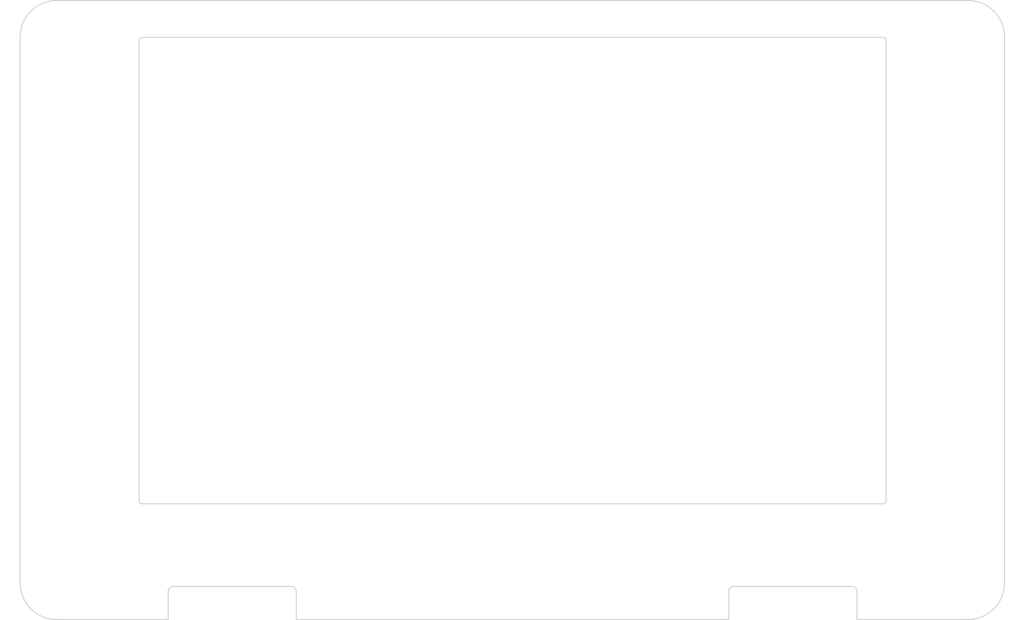
<source format=kicad_pcb>
(kicad_pcb (version 20221018) (generator pcbnew)
  (layers (0 "F.Cu" signal) (31 "B.Cu" signal) (34 "B.Paste" user) (35 "F.Paste" user) (36 "B.SilkS" user "B.Silkscreen") (37 "F.SilkS" user "F.Silkscreen") (38 "B.Mask" user) (39 "F.Mask" user) (44 "Edge.Cuts" user))
  (net 0 "")
  (footprint "MountingHole:MountingHole_2.2mm_M2" (layer "F.Cu") (at 134 140.2)
    (fp_text reference "REF**33" hide)
    (fp_text value "MountingHole_2.2mm_M2" hide)
    (pad "" np_thru_hole circle (at 0 0) (size 1 1) (drill 1) (layers "F&B.Cu" "*.Mask"))
  )
  (footprint "MountingHole:MountingHole_2.2mm_M2" (layer "F.Cu") (at 130.6 138.7)
    (fp_text reference "REF**22" hide)
    (fp_text value "MountingHole_2.2mm_M2" hide)
    (pad "" np_thru_hole circle (at 0 0) (size 1 1) (drill 1) (layers "F&B.Cu" "*.Mask"))
  )
  (footprint "MountingHole:MountingHole_2.2mm_M2" (layer "F.Cu") (at 128.9 140.2)
    (fp_text reference "REF**30" hide)
    (fp_text value "MountingHole_2.2mm_M2" hide)
    (pad "" np_thru_hole circle (at 0 0) (size 1 1) (drill 1) (layers "F&B.Cu" "*.Mask"))
  )
  (footprint "MountingHole:MountingHole_2.2mm_M2" (layer "F.Cu") (at 130.6 143.2)
    (fp_text reference "REF**49" hide)
    (fp_text value "MountingHole_2.2mm_M2" hide)
    (pad "" np_thru_hole circle (at 0 0) (size 1 1) (drill 1) (layers "F&B.Cu" "*.Mask"))
  )
  (footprint "MountingHole:MountingHole_2.2mm_M2" (layer "F.Cu") (at 123.8 143.2)
    (fp_text reference "REF**45" hide)
    (fp_text value "MountingHole_2.2mm_M2" hide)
    (pad "" np_thru_hole circle (at 0 0) (size 1 1) (drill 1) (layers "F&B.Cu" "*.Mask"))
  )
  (footprint "MountingHole:MountingHole_2.2mm_M2" (layer "F.Cu") (at 127.2 141.7)
    (fp_text reference "REF**38" hide)
    (fp_text value "MountingHole_2.2mm_M2" hide)
    (pad "" np_thru_hole circle (at 0 0) (size 1 1) (drill 1) (layers "F&B.Cu" "*.Mask"))
  )
  (footprint "MountingHole:MountingHole_2.2mm_M2" (layer "F.Cu") (at 132.3 144.7)
    (fp_text reference "REF**59" hide)
    (fp_text value "MountingHole_2.2mm_M2" hide)
    (pad "" np_thru_hole circle (at 0 0) (size 1 1) (drill 1) (layers "F&B.Cu" "*.Mask"))
  )
  (footprint "MountingHole:MountingHole_2.2mm_M2" (layer "F.Cu") (at 225.05 30)
    (fp_text reference "REF**" hide)
    (fp_text value "MountingHole_2.2mm_M2")
    (pad "" np_thru_hole circle (at 0 0) (size 2.2 2.2) (drill 2.2) (layers "*.Cu" "*.Mask"))
  )
  (footprint "MountingHole:MountingHole_2.2mm_M2" (layer "F.Cu") (at 137.4 138.7)
    (fp_text reference "REF**26" hide)
    (fp_text value "MountingHole_2.2mm_M2" hide)
    (pad "" np_thru_hole circle (at 0 0) (size 1 1) (drill 1) (layers "F&B.Cu" "*.Mask"))
  )
  (footprint "MountingHole:MountingHole_2.2mm_M2" (layer "F.Cu") (at 125.5 143.2)
    (fp_text reference "REF**46" hide)
    (fp_text value "MountingHole_2.2mm_M2" hide)
    (pad "" np_thru_hole circle (at 0 0) (size 1 1) (drill 1) (layers "F&B.Cu" "*.Mask"))
  )
  (footprint "MountingHole:MountingHole_2.2mm_M2" (layer "F.Cu") (at 134 143.2)
    (fp_text reference "REF**51" hide)
    (fp_text value "MountingHole_2.2mm_M2" hide)
    (pad "" np_thru_hole circle (at 0 0) (size 1 1) (drill 1) (layers "F&B.Cu" "*.Mask"))
  )
  (footprint "MountingHole:MountingHole_2.2mm_M2" (layer "F.Cu") (at 225.05 146)
    (fp_text reference "REF**" hide)
    (fp_text value "MountingHole_2.2mm_M2")
    (pad "" np_thru_hole circle (at 0 0) (size 2.2 2.2) (drill 2.2) (layers "*.Cu" "*.Mask"))
  )
  (footprint "MountingHole:MountingHole_2.2mm_M2" (layer "F.Cu") (at 130.6 141.7)
    (fp_text reference "REF**40" hide)
    (fp_text value "MountingHole_2.2mm_M2" hide)
    (pad "" np_thru_hole circle (at 0 0) (size 1 1) (drill 1) (layers "F&B.Cu" "*.Mask"))
  )
  (footprint "MountingHole:MountingHole_2.2mm_M2" (layer "F.Cu") (at 135.7 138.7)
    (fp_text reference "REF**25" hide)
    (fp_text value "MountingHole_2.2mm_M2" hide)
    (pad "" np_thru_hole circle (at 0 0) (size 1 1) (drill 1) (layers "F&B.Cu" "*.Mask"))
  )
  (footprint "MountingHole:MountingHole_2.2mm_M2" (layer "F.Cu") (at 132.3 137.2)
    (fp_text reference "REF**14" hide)
    (fp_text value "MountingHole_2.2mm_M2" hide)
    (pad "" np_thru_hole circle (at 0 0) (size 1 1) (drill 1) (layers "F&B.Cu" "*.Mask"))
  )
  (footprint "MountingHole:MountingHole_2.2mm_M2" (layer "F.Cu") (at 127.2 137.2)
    (fp_text reference "REF**11" hide)
    (fp_text value "MountingHole_2.2mm_M2" hide)
    (pad "" np_thru_hole circle (at 0 0) (size 1 1) (drill 1) (layers "F&B.Cu" "*.Mask"))
  )
  (footprint "MountingHole:MountingHole_2.2mm_M2" (layer "F.Cu") (at 134 137.2)
    (fp_text reference "REF**15" hide)
    (fp_text value "MountingHole_2.2mm_M2" hide)
    (pad "" np_thru_hole circle (at 0 0) (size 1 1) (drill 1) (layers "F&B.Cu" "*.Mask"))
  )
  (footprint "MountingHole:MountingHole_2.2mm_M2" (layer "F.Cu") (at 132.3 140.2)
    (fp_text reference "REF**32" hide)
    (fp_text value "MountingHole_2.2mm_M2" hide)
    (pad "" np_thru_hole circle (at 0 0) (size 1 1) (drill 1) (layers "F&B.Cu" "*.Mask"))
  )
  (footprint "MountingHole:MountingHole_2.2mm_M2" (layer "F.Cu") (at 134 135.7)
    (fp_text reference "REF**6" hide)
    (fp_text value "MountingHole_2.2mm_M2" hide)
    (pad "" np_thru_hole circle (at 0 0) (size 1 1) (drill 1) (layers "F&B.Cu" "*.Mask"))
  )
  (footprint "MountingHole:MountingHole_2.2mm_M2" (layer "F.Cu") (at 137.4 137.2)
    (fp_text reference "REF**17" hide)
    (fp_text value "MountingHole_2.2mm_M2" hide)
    (pad "" np_thru_hole circle (at 0 0) (size 1 1) (drill 1) (layers "F&B.Cu" "*.Mask"))
  )
  (footprint "MountingHole:MountingHole_2.2mm_M2" (layer "F.Cu") (at 130.6 140.2)
    (fp_text reference "REF**31" hide)
    (fp_text value "MountingHole_2.2mm_M2" hide)
    (pad "" np_thru_hole circle (at 0 0) (size 1 1) (drill 1) (layers "F&B.Cu" "*.Mask"))
  )
  (footprint "MountingHole:MountingHole_2.2mm_M2" (layer "F.Cu") (at 137.4 143.2)
    (fp_text reference "REF**53" hide)
    (fp_text value "MountingHole_2.2mm_M2" hide)
    (pad "" np_thru_hole circle (at 0 0) (size 1 1) (drill 1) (layers "F&B.Cu" "*.Mask"))
  )
  (footprint "MountingHole:MountingHole_2.2mm_M2" (layer "F.Cu") (at 125.5 140.2)
    (fp_text reference "REF**28" hide)
    (fp_text value "MountingHole_2.2mm_M2" hide)
    (pad "" np_thru_hole circle (at 0 0) (size 1 1) (drill 1) (layers "F&B.Cu" "*.Mask"))
  )
  (footprint "MountingHole:MountingHole_2.2mm_M2" (layer "F.Cu") (at 137.4 135.7)
    (fp_text reference "REF**8" hide)
    (fp_text value "MountingHole_2.2mm_M2" hide)
    (pad "" np_thru_hole circle (at 0 0) (size 1 1) (drill 1) (layers "F&B.Cu" "*.Mask"))
  )
  (footprint "MountingHole:MountingHole_2.2mm_M2" (layer "F.Cu") (at 132.3 143.2)
    (fp_text reference "REF**50" hide)
    (fp_text value "MountingHole_2.2mm_M2" hide)
    (pad "" np_thru_hole circle (at 0 0) (size 1 1) (drill 1) (layers "F&B.Cu" "*.Mask"))
  )
  (footprint "MountingHole:MountingHole_2.2mm_M2" (layer "F.Cu") (at 130.6 137.2)
    (fp_text reference "REF**13" hide)
    (fp_text value "MountingHole_2.2mm_M2" hide)
    (pad "" np_thru_hole circle (at 0 0) (size 1 1) (drill 1) (layers "F&B.Cu" "*.Mask"))
  )
  (footprint "MountingHole:MountingHole_2.2mm_M2" (layer "F.Cu") (at 130.6 144.7)
    (fp_text reference "REF**58" hide)
    (fp_text value "MountingHole_2.2mm_M2" hide)
    (pad "" np_thru_hole circle (at 0 0) (size 1 1) (drill 1) (layers "F&B.Cu" "*.Mask"))
  )
  (footprint "MountingHole:MountingHole_2.2mm_M2" (layer "F.Cu") (at 137.4 144.7)
    (fp_text reference "REF**62" hide)
    (fp_text value "MountingHole_2.2mm_M2" hide)
    (pad "" np_thru_hole circle (at 0 0) (size 1 1) (drill 1) (layers "F&B.Cu" "*.Mask"))
  )
  (footprint "MountingHole:MountingHole_2.2mm_M2" (layer "F.Cu") (at 125.5 138.7)
    (fp_text reference "REF**19" hide)
    (fp_text value "MountingHole_2.2mm_M2" hide)
    (pad "" np_thru_hole circle (at 0 0) (size 1 1) (drill 1) (layers "F&B.Cu" "*.Mask"))
  )
  (footprint "MountingHole:MountingHole_2.2mm_M2" (layer "F.Cu") (at 128.9 141.7)
    (fp_text reference "REF**39" hide)
    (fp_text value "MountingHole_2.2mm_M2" hide)
    (pad "" np_thru_hole circle (at 0 0) (size 1 1) (drill 1) (layers "F&B.Cu" "*.Mask"))
  )
  (footprint "MountingHole:MountingHole_2.2mm_M2" (layer "F.Cu") (at 127.2 138.7)
    (fp_text reference "REF**20" hide)
    (fp_text value "MountingHole_2.2mm_M2" hide)
    (pad "" np_thru_hole circle (at 0 0) (size 1 1) (drill 1) (layers "F&B.Cu" "*.Mask"))
  )
  (footprint "MountingHole:MountingHole_2.2mm_M2" (layer "F.Cu") (at 132.3 141.7)
    (fp_text reference "REF**41" hide)
    (fp_text value "MountingHole_2.2mm_M2" hide)
    (pad "" np_thru_hole circle (at 0 0) (size 1 1) (drill 1) (layers "F&B.Cu" "*.Mask"))
  )
  (footprint "MountingHole:MountingHole_2.2mm_M2" (layer "F.Cu") (at 123.8 135.7)
    (fp_text reference "REF**" hide)
    (fp_text value "MountingHole_2.2mm_M2" hide)
    (pad "" np_thru_hole circle (at 0 0) (size 1 1) (drill 1) (layers "F&B.Cu" "*.Mask"))
  )
  (footprint "MountingHole:MountingHole_2.2mm_M2" (layer "F.Cu") (at 127.2 140.2)
    (fp_text reference "REF**29" hide)
    (fp_text value "MountingHole_2.2mm_M2" hide)
    (pad "" np_thru_hole circle (at 0 0) (size 1 1) (drill 1) (layers "F&B.Cu" "*.Mask"))
  )
  (footprint "MountingHole:MountingHole_2.2mm_M2" (layer "F.Cu") (at 137.4 141.7)
    (fp_text reference "REF**44" hide)
    (fp_text value "MountingHole_2.2mm_M2" hide)
    (pad "" np_thru_hole circle (at 0 0) (size 1 1) (drill 1) (layers "F&B.Cu" "*.Mask"))
  )
  (footprint "MountingHole:MountingHole_2.2mm_M2" (layer "F.Cu") (at 135.7 135.7)
    (fp_text reference "REF**7" hide)
    (fp_text value "MountingHole_2.2mm_M2" hide)
    (pad "" np_thru_hole circle (at 0 0) (size 1 1) (drill 1) (layers "F&B.Cu" "*.Mask"))
  )
  (footprint "MountingHole:MountingHole_2.2mm_M2" (layer "F.Cu") (at 125.5 137.2)
    (fp_text reference "REF**10" hide)
    (fp_text value "MountingHole_2.2mm_M2" hide)
    (pad "" np_thru_hole circle (at 0 0) (size 1 1) (drill 1) (layers "F&B.Cu" "*.Mask"))
  )
  (footprint "MountingHole:MountingHole_2.2mm_M2" (layer "F.Cu") (at 137.4 140.2)
    (fp_text reference "REF**35" hide)
    (fp_text value "MountingHole_2.2mm_M2" hide)
    (pad "" np_thru_hole circle (at 0 0) (size 1 1) (drill 1) (layers "F&B.Cu" "*.Mask"))
  )
  (footprint "MountingHole:MountingHole_2.2mm_M2" (layer "F.Cu") (at 134 138.7)
    (fp_text reference "REF**24" hide)
    (fp_text value "MountingHole_2.2mm_M2" hide)
    (pad "" np_thru_hole circle (at 0 0) (size 1 1) (drill 1) (layers "F&B.Cu" "*.Mask"))
  )
  (footprint "MountingHole:MountingHole_2.2mm_M2" (layer "F.Cu") (at 132.3 138.7)
    (fp_text reference "REF**23" hide)
    (fp_text value "MountingHole_2.2mm_M2" hide)
    (pad "" np_thru_hole circle (at 0 0) (size 1 1) (drill 1) (layers "F&B.Cu" "*.Mask"))
  )
  (footprint "MountingHole:MountingHole_2.2mm_M2" (layer "F.Cu") (at 162.05 146)
    (fp_text reference "REF**" hide)
    (fp_text value "MountingHole_2.2mm_M2")
    (pad "" np_thru_hole circle (at 0 0) (size 2.2 2.2) (drill 2.2) (layers "*.Cu" "*.Mask"))
  )
  (footprint "MountingHole:MountingHole_2.2mm_M2" (layer "F.Cu") (at 135.7 137.2)
    (fp_text reference "REF**16" hide)
    (fp_text value "MountingHole_2.2mm_M2" hide)
    (pad "" np_thru_hole circle (at 0 0) (size 1 1) (drill 1) (layers "F&B.Cu" "*.Mask"))
  )
  (footprint "MountingHole:MountingHole_2.2mm_M2" (layer "F.Cu") (at 130.6 135.7)
    (fp_text reference "REF**4" hide)
    (fp_text value "MountingHole_2.2mm_M2" hide)
    (pad "" np_thru_hole circle (at 0 0) (size 1 1) (drill 1) (layers "F&B.Cu" "*.Mask"))
  )
  (footprint "MountingHole:MountingHole_2.2mm_M2" (layer "F.Cu") (at 135.7 143.2)
    (fp_text reference "REF**52" hide)
    (fp_text value "MountingHole_2.2mm_M2" hide)
    (pad "" np_thru_hole circle (at 0 0) (size 1 1) (drill 1) (layers "F&B.Cu" "*.Mask"))
  )
  (footprint "MountingHole:MountingHole_2.2mm_M2" (layer "F.Cu") (at 128.9 138.7)
    (fp_text reference "REF**21" hide)
    (fp_text value "MountingHole_2.2mm_M2" hide)
    (pad "" np_thru_hole circle (at 0 0) (size 1 1) (drill 1) (layers "F&B.Cu" "*.Mask"))
  )
  (footprint "MountingHole:MountingHole_2.2mm_M2" (layer "F.Cu") (at 135.7 140.2)
    (fp_text reference "REF**34" hide)
    (fp_text value "MountingHole_2.2mm_M2" hide)
    (pad "" np_thru_hole circle (at 0 0) (size 1 1) (drill 1) (layers "F&B.Cu" "*.Mask"))
  )
  (footprint "MountingHole:MountingHole_2.2mm_M2" (layer "F.Cu") (at 132.3 135.7)
    (fp_text reference "REF**5" hide)
    (fp_text value "MountingHole_2.2mm_M2" hide)
    (pad "" np_thru_hole circle (at 0 0) (size 1 1) (drill 1) (layers "F&B.Cu" "*.Mask"))
  )
  (footprint "MountingHole:MountingHole_2.2mm_M2" (layer "F.Cu") (at 123.8 138.7)
    (fp_text reference "REF**18" hide)
    (fp_text value "MountingHole_2.2mm_M2" hide)
    (pad "" np_thru_hole circle (at 0 0) (size 1 1) (drill 1) (layers "F&B.Cu" "*.Mask"))
  )
  (footprint "MountingHole:MountingHole_2.2mm_M2" (layer "F.Cu") (at 128.9 144.7)
    (fp_text reference "REF**57" hide)
    (fp_text value "MountingHole_2.2mm_M2" hide)
    (pad "" np_thru_hole circle (at 0 0) (size 1 1) (drill 1) (layers "F&B.Cu" "*.Mask"))
  )
  (footprint "MountingHole:MountingHole_2.2mm_M2" (layer "F.Cu") (at 123.8 141.7)
    (fp_text reference "REF**36" hide)
    (fp_text value "MountingHole_2.2mm_M2" hide)
    (pad "" np_thru_hole circle (at 0 0) (size 1 1) (drill 1) (layers "F&B.Cu" "*.Mask"))
  )
  (footprint "MountingHole:MountingHole_2.2mm_M2" (layer "F.Cu") (at 128.9 135.7)
    (fp_text reference "REF**3" hide)
    (fp_text value "MountingHole_2.2mm_M2" hide)
    (pad "" np_thru_hole circle (at 0 0) (size 1 1) (drill 1) (layers "F&B.Cu" "*.Mask"))
  )
  (footprint "MountingHole:MountingHole_2.2mm_M2" (layer "F.Cu") (at 123.8 140.2)
    (fp_text reference "REF**27" hide)
    (fp_text value "MountingHole_2.2mm_M2" hide)
    (pad "" np_thru_hole circle (at 0 0) (size 1 1) (drill 1) (layers "F&B.Cu" "*.Mask"))
  )
  (footprint "MountingHole:MountingHole_2.2mm_M2" (layer "F.Cu") (at 134 141.7)
    (fp_text reference "REF**42" hide)
    (fp_text value "MountingHole_2.2mm_M2" hide)
    (pad "" np_thru_hole circle (at 0 0) (size 1 1) (drill 1) (layers "F&B.Cu" "*.Mask"))
  )
  (footprint "MountingHole:MountingHole_2.2mm_M2" (layer "F.Cu") (at 123.8 144.7)
    (fp_text reference "REF**54" hide)
    (fp_text value "MountingHole_2.2mm_M2" hide)
    (pad "" np_thru_hole circle (at 0 0) (size 1 1) (drill 1) (layers "F&B.Cu" "*.Mask"))
  )
  (footprint "MountingHole:MountingHole_2.2mm_M2" (layer "F.Cu") (at 98.95 146)
    (fp_text reference "REF**" hide)
    (fp_text value "MountingHole_2.2mm_M2")
    (pad "" np_thru_hole circle (at 0 0) (size 2.2 2.2) (drill 2.2) (layers "*.Cu" "*.Mask"))
  )
  (footprint "MountingHole:MountingHole_2.2mm_M2" (layer "F.Cu") (at 127.2 144.7)
    (fp_text reference "REF**56" hide)
    (fp_text value "MountingHole_2.2mm_M2" hide)
    (pad "" np_thru_hole circle (at 0 0) (size 1 1) (drill 1) (layers "F&B.Cu" "*.Mask"))
  )
  (footprint "MountingHole:MountingHole_2.2mm_M2" (layer "F.Cu") (at 35.85 30)
    (fp_text reference "REF**" hide)
    (fp_text value "MountingHole_2.2mm_M2")
    (pad "" np_thru_hole circle (at 0 0) (size 2.2 2.2) (drill 2.2) (layers "*.Cu" "*.Mask"))
  )
  (footprint "MountingHole:MountingHole_2.2mm_M2" (layer "F.Cu") (at 125.5 141.7)
    (fp_text reference "REF**37" hide)
    (fp_text value "MountingHole_2.2mm_M2" hide)
    (pad "" np_thru_hole circle (at 0 0) (size 1 1) (drill 1) (layers "F&B.Cu" "*.Mask"))
  )
  (footprint "MountingHole:MountingHole_2.2mm_M2" (layer "F.Cu") (at 35.85 146)
    (fp_text reference "REF**" hide)
    (fp_text value "MountingHole_2.2mm_M2")
    (pad "" np_thru_hole circle (at 0 0) (size 2.2 2.2) (drill 2.2) (layers "*.Cu" "*.Mask"))
  )
  (footprint "MountingHole:MountingHole_2.2mm_M2" (layer "F.Cu") (at 127.2 143.2)
    (fp_text reference "REF**47" hide)
    (fp_text value "MountingHole_2.2mm_M2" hide)
    (pad "" np_thru_hole circle (at 0 0) (size 1 1) (drill 1) (layers "F&B.Cu" "*.Mask"))
  )
  (footprint "MountingHole:MountingHole_2.2mm_M2" (layer "F.Cu") (at 128.9 143.2)
    (fp_text reference "REF**48" hide)
    (fp_text value "MountingHole_2.2mm_M2" hide)
    (pad "" np_thru_hole circle (at 0 0) (size 1 1) (drill 1) (layers "F&B.Cu" "*.Mask"))
  )
  (footprint "MountingHole:MountingHole_2.2mm_M2" (layer "F.Cu") (at 134 144.7)
    (fp_text reference "REF**60" hide)
    (fp_text value "MountingHole_2.2mm_M2" hide)
    (pad "" np_thru_hole circle (at 0 0) (size 1 1) (drill 1) (layers "F&B.Cu" "*.Mask"))
  )
  (footprint "MountingHole:MountingHole_2.2mm_M2" (layer "F.Cu") (at 135.7 144.7)
    (fp_text reference "REF**61" hide)
    (fp_text value "MountingHole_2.2mm_M2" hide)
    (pad "" np_thru_hole circle (at 0 0) (size 1 1) (drill 1) (layers "F&B.Cu" "*.Mask"))
  )
  (footprint "MountingHole:MountingHole_2.2mm_M2" (layer "F.Cu") (at 128.9 137.2)
    (fp_text reference "REF**12" hide)
    (fp_text value "MountingHole_2.2mm_M2" hide)
    (pad "" np_thru_hole circle (at 0 0) (size 1 1) (drill 1) (layers "F&B.Cu" "*.Mask"))
  )
  (footprint "MountingHole:MountingHole_2.2mm_M2" (layer "F.Cu") (at 125.5 144.7)
    (fp_text reference "REF**55" hide)
    (fp_text value "MountingHole_2.2mm_M2" hide)
    (pad "" np_thru_hole circle (at 0 0) (size 1 1) (drill 1) (layers "F&B.Cu" "*.Mask"))
  )
  (footprint "MountingHole:MountingHole_2.2mm_M2" (layer "F.Cu") (at 125.5 135.7)
    (fp_text reference "REF**1" hide)
    (fp_text value "MountingHole_2.2mm_M2" hide)
    (pad "" np_thru_hole circle (at 0 0) (size 1 1) (drill 1) (layers "F&B.Cu" "*.Mask"))
  )
  (footprint "MountingHole:MountingHole_2.2mm_M2" (layer "F.Cu") (at 123.8 137.2)
    (fp_text reference "REF**9" hide)
    (fp_text value "MountingHole_2.2mm_M2" hide)
    (pad "" np_thru_hole circle (at 0 0) (size 1 1) (drill 1) (layers "F&B.Cu" "*.Mask"))
  )
  (footprint "MountingHole:MountingHole_2.2mm_M2" (layer "F.Cu") (at 135.7 141.7)
    (fp_text reference "REF**43" hide)
    (fp_text value "MountingHole_2.2mm_M2" hide)
    (pad "" np_thru_hole circle (at 0 0) (size 1 1) (drill 1) (layers "F&B.Cu" "*.Mask"))
  )
  (footprint "MountingHole:MountingHole_2.2mm_M2" (layer "F.Cu") (at 127.2 135.7)
    (fp_text reference "REF**2" hide)
    (fp_text value "MountingHole_2.2mm_M2" hide)
    (pad "" np_thru_hole circle (at 0 0) (size 1 1) (drill 1) (layers "F&B.Cu" "*.Mask"))
  )
  (gr_arc (start 54.662674 33.083012) (mid 54.809115 32.729442) (end 55.162674 32.583012) (stroke (width 0.2)) (layer "Edge.Cuts"))
  (gr_line (start 61.562673 144.200013) (end 85.60354 144.200013) (stroke (width 0.2)) (layer "Edge.Cuts"))
  (gr_line (start 223.262674 25.083012) (end 37.862674 25.083012) (stroke (width 0.2)) (layer "Edge.Cuts"))
  (gr_line (start 230.562674 143.500012) (end 230.562674 32.483012) (stroke (width 0.2)) (layer "Edge.Cuts"))
  (gr_arc (start 223.162674 25.083012) (mid 228.395277 27.250413) (end 230.562674 32.483012) (stroke (width 0.2)) (layer "Edge.Cuts"))
  (gr_arc (start 230.562674 143.500012) (mid 228.395249 148.732588) (end 223.162674 150.900012) (stroke (width 0.2)) (layer "Edge.Cuts"))
  (gr_arc (start 174.521808 145.200013) (mid 174.814692 144.492897) (end 175.521808 144.200013) (stroke (width 0.2)) (layer "Edge.Cuts"))
  (gr_line (start 86.60354 145.200013) (end 86.60354 150.900012) (stroke (width 0.2)) (layer "Edge.Cuts"))
  (gr_line (start 54.662674 126.9) (end 54.662674 33.083012) (stroke (width 0.2)) (layer "Edge.Cuts"))
  (gr_line (start 205.962674 127.383012) (end 55.162674 127.383012) (stroke (width 0.2)) (layer "Edge.Cuts"))
  (gr_line (start 175.521808 144.200013) (end 199.562675 144.200013) (stroke (width 0.2)) (layer "Edge.Cuts"))
  (gr_arc (start 205.962674 32.583012) (mid 206.31624 32.72945) (end 206.462674 33.083012) (stroke (width 0.2)) (layer "Edge.Cuts"))
  (gr_arc (start 199.562675 144.200013) (mid 200.269769 144.492909) (end 200.562675 145.200013) (stroke (width 0.2)) (layer "Edge.Cuts"))
  (gr_line (start 86.60354 150.900012) (end 174.521808 150.900012) (stroke (width 0.2)) (layer "Edge.Cuts"))
  (gr_line (start 55.162674 32.583012) (end 205.962674 32.583012) (stroke (width 0.2)) (layer "Edge.Cuts"))
  (gr_line (start 174.521808 150.900012) (end 174.521808 145.200013) (stroke (width 0.2)) (layer "Edge.Cuts"))
  (gr_arc (start 55.162674 127.383012) (mid 54.809133 127.236557) (end 54.662674 126.883012) (stroke (width 0.2)) (layer "Edge.Cuts"))
  (gr_arc (start 30.462674 32.483012) (mid 32.630084 27.250422) (end 37.862674 25.083012) (stroke (width 0.2)) (layer "Edge.Cuts"))
  (gr_arc (start 85.60354 144.200013) (mid 86.310646 144.492907) (end 86.60354 145.200013) (stroke (width 0.2)) (layer "Edge.Cuts"))
  (gr_arc (start 37.862674 150.900012) (mid 32.630084 148.732602) (end 30.462674 143.500012) (stroke (width 0.2)) (layer "Edge.Cuts"))
  (gr_line (start 60.562673 150.900012) (end 60.562673 145.200013) (stroke (width 0.2)) (layer "Edge.Cuts"))
  (gr_line (start 37.862674 150.900012) (end 60.562673 150.900012) (stroke (width 0.2)) (layer "Edge.Cuts"))
  (gr_arc (start 206.462674 126.883012) (mid 206.316228 127.236584) (end 205.962674 127.383012) (stroke (width 0.2)) (layer "Edge.Cuts"))
  (gr_arc (start 60.562673 145.200013) (mid 60.855567 144.492907) (end 61.562673 144.200013) (stroke (width 0.2)) (layer "Edge.Cuts"))
  (gr_line (start 200.562675 145.200013) (end 200.562675 150.900012) (stroke (width 0.2)) (layer "Edge.Cuts"))
  (gr_line (start 206.462674 33.083012) (end 206.462674 126.9) (stroke (width 0.2)) (layer "Edge.Cuts"))
  (gr_line (start 30.462674 32.483012) (end 30.462674 143.500012) (stroke (width 0.2)) (layer "Edge.Cuts"))
  (gr_line (start 200.562675 150.900012) (end 223.262674 150.900012) (stroke (width 0.2)) (layer "Edge.Cuts"))
)
</source>
